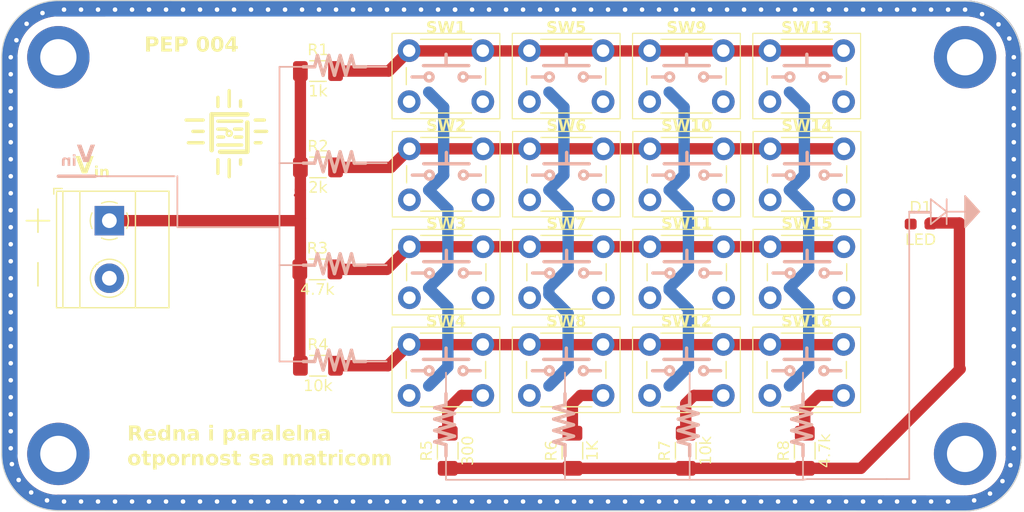
<source format=kicad_pcb>
(kicad_pcb (version 20240108) (generator "pcbnew") (generator_version "8.0")
  (layers (0 "F.Cu" signal) (31 "B.Cu" signal) (34 "B.Paste" user) (35 "F.Paste" user) (36 "B.SilkS" user "B.Silkscreen") (37 "F.SilkS" user "F.Silkscreen") (38 "B.Mask" user) (39 "F.Mask" user) (44 "Edge.Cuts" user))
  (net 0 "")
  (net 1 "0")
  (net 2 "9V")
  (footprint "PEP_library:ele_petnica_logo" (layer "F.Cu") (at 124.075 72.72)
    (property "Reference" "REF**" (hide yes))
    (property "Value" "ele_petnica_logo" (hide yes))
  )
  (footprint "PEP_library:R_silk_symbol" (layer "F.Cu") (at 128.3625 92.845 90)
    (property "Reference" "REF**" (hide yes))
    (property "Value" "R_silk_symbol")
  )
  (footprint "PEP_library:R_smd" (layer "F.Cu") (at 154.355 100.72 90)
    (property "Reference" "R6" (at 0 -1.82 90) (layer "F.SilkS"))
    (property "Value" "1K" (at 0 1.82 90) (layer "F.SilkS"))
    (pad "1" smd roundrect (at -1.55 0 90) (size 1.3 1.75) (layers "F.Cu" "F.Paste" "F.Mask") (roundrect_rratio 0.192308))
    (pad "2" smd roundrect (at 1.55 0 90) (size 1.3 1.75) (layers "F.Cu" "F.Paste" "F.Mask") (roundrect_rratio 0.192308))
  )
  (footprint "PEP_library:R_smd" (layer "F.Cu") (at 143.355 100.72 90)
    (property "Reference" "R5" (at 0 -1.82 90) (layer "F.SilkS"))
    (property "Value" "300" (at 0 1.82 90) (layer "F.SilkS"))
    (pad "1" smd roundrect (at -1.55 0 90) (size 1.3 1.75) (layers "F.Cu" "F.Paste" "F.Mask") (roundrect_rratio 0.192308))
    (pad "2" smd roundrect (at 1.55 0 90) (size 1.3 1.75) (layers "F.Cu" "F.Paste" "F.Mask") (roundrect_rratio 0.192308))
  )
  (footprint "PEP_library:R_smd" (layer "F.Cu") (at 131.905 75.72)
    (property "Reference" "R2" (at 0 -1.82 0) (layer "F.SilkS"))
    (property "Value" "2k" (at 0 1.82 0) (layer "F.SilkS"))
    (pad "1" smd roundrect (at -1.55 0) (size 1.3 1.75) (layers "F.Cu" "F.Paste" "F.Mask") (roundrect_rratio 0.192308) (net 2 "9V"))
    (pad "2" smd roundrect (at 1.55 0) (size 1.3 1.75) (layers "F.Cu" "F.Paste" "F.Mask") (roundrect_rratio 0.192308))
  )
  (footprint "PEP_library:SW_PUSH_6mm_H4.3mm" (layer "F.Cu") (at 153.83 67.76)
    (property "Reference" "SW5" (at -0.02 -4.34 0) (layer "F.SilkS") (effects (font (thickness 0.2) (bold yes))))
    (property "Value" "SW_Push")
    (pad "1" thru_hole circle (at -3.27 -2.34 90) (size 2 2) (drill 1.1) (layers "*.Cu" "*.Mask"))
    (pad "1" thru_hole circle (at 3.23 -2.34 90) (size 2 2) (drill 1.1) (layers "*.Cu" "*.Mask"))
    (pad "2" thru_hole circle (at -3.27 2.16 90) (size 2 2) (drill 1.1) (layers "*.Cu" "*.Mask"))
    (pad "2" thru_hole circle (at 3.23 2.16 90) (size 2 2) (drill 1.1) (layers "*.Cu" "*.Mask"))
  )
  (footprint "PEP_library:SW_PUSH_6mm_H4.3mm" (layer "F.Cu") (at 153.83 93.68)
    (property "Reference" "SW8" (at -0.02 -4.34 0) (layer "F.SilkS") (effects (font (thickness 0.2) (bold yes))))
    (property "Value" "SW_Push")
    (pad "1" thru_hole circle (at -3.27 -2.34 90) (size 2 2) (drill 1.1) (layers "*.Cu" "*.Mask"))
    (pad "1" thru_hole circle (at 3.23 -2.34 90) (size 2 2) (drill 1.1) (layers "*.Cu" "*.Mask"))
    (pad "2" thru_hole circle (at -3.27 2.16 90) (size 2 2) (drill 1.1) (layers "*.Cu" "*.Mask"))
    (pad "2" thru_hole circle (at 3.23 2.16 90) (size 2 2) (drill 1.1) (layers "*.Cu" "*.Mask"))
  )
  (footprint "PEP_library:R_smd" (layer "F.Cu") (at 131.905 93.22)
    (property "Reference" "R4" (at 0 -1.82 0) (layer "F.SilkS"))
    (property "Value" "10k" (at 0 1.82 0) (layer "F.SilkS"))
    (pad "1" smd roundrect (at -1.55 0) (size 1.3 1.75) (layers "F.Cu" "F.Paste" "F.Mask") (roundrect_rratio 0.192308) (net 2 "9V"))
    (pad "2" smd roundrect (at 1.55 0) (size 1.3 1.75) (layers "F.Cu" "F.Paste" "F.Mask") (roundrect_rratio 0.192308))
  )
  (footprint "PEP_library:SW_PUSH_6mm_H4.3mm" (layer "F.Cu") (at 175.075 76.42)
    (property "Reference" "SW14" (at -0.02 -4.34 0) (layer "F.SilkS") (effects (font (thickness 0.2) (bold yes))))
    (property "Value" "SW_Push")
    (pad "1" thru_hole circle (at -3.27 -2.34 90) (size 2 2) (drill 1.1) (layers "*.Cu" "*.Mask"))
    (pad "1" thru_hole circle (at 3.23 -2.34 90) (size 2 2) (drill 1.1) (layers "*.Cu" "*.Mask"))
    (pad "2" thru_hole circle (at -3.27 2.16 90) (size 2 2) (drill 1.1) (layers "*.Cu" "*.Mask"))
    (pad "2" thru_hole circle (at 3.23 2.16 90) (size 2 2) (drill 1.1) (layers "*.Cu" "*.Mask"))
  )
  (footprint "PEP_library:R_smd" (layer "F.Cu") (at 131.855 84.72)
    (property "Reference" "R3" (at 0 -1.82 0) (layer "F.SilkS"))
    (property "Value" "4.7k" (at 0 1.82 0) (layer "F.SilkS"))
    (pad "1" smd roundrect (at -1.55 0) (size 1.3 1.75) (layers "F.Cu" "F.Paste" "F.Mask") (roundrect_rratio 0.192308) (net 2 "9V"))
    (pad "2" smd roundrect (at 1.55 0) (size 1.3 1.75) (layers "F.Cu" "F.Paste" "F.Mask") (roundrect_rratio 0.192308))
  )
  (footprint "PEP_library:SW_PUSH_6mm_H4.3mm" (layer "F.Cu") (at 164.44 67.76)
    (property "Reference" "SW9" (at -0.02 -4.34 0) (layer "F.SilkS") (effects (font (thickness 0.2) (bold yes))))
    (property "Value" "SW_Push")
    (pad "1" thru_hole circle (at -3.27 -2.34 90) (size 2 2) (drill 1.1) (layers "*.Cu" "*.Mask"))
    (pad "1" thru_hole circle (at 3.23 -2.34 90) (size 2 2) (drill 1.1) (layers "*.Cu" "*.Mask"))
    (pad "2" thru_hole circle (at -3.27 2.16 90) (size 2 2) (drill 1.1) (layers "*.Cu" "*.Mask"))
    (pad "2" thru_hole circle (at 3.23 2.16 90) (size 2 2) (drill 1.1) (layers "*.Cu" "*.Mask"))
  )
  (footprint "PEP_library:R_silk_symbol" (layer "F.Cu") (at 164.7 103.4325 180)
    (property "Reference" "REF**" (hide yes))
    (property "Value" "R_silk_symbol")
  )
  (footprint "PEP_library:R_silk_symbol" (layer "F.Cu") (at 128.3625 75.345 90)
    (property "Reference" "REF**" (hide yes))
    (property "Value" "R_silk_symbol")
  )
  (footprint "PEP_library:SW_PUSH_6mm_H4.3mm" (layer "F.Cu") (at 153.855 85.06)
    (property "Reference" "SW7" (at -0.02 -4.34 0) (layer "F.SilkS") (effects (font (thickness 0.2) (bold yes))))
    (property "Value" "SW_Push")
    (pad "1" thru_hole circle (at -3.27 -2.34 90) (size 2 2) (drill 1.1) (layers "*.Cu" "*.Mask"))
    (pad "1" thru_hole circle (at 3.23 -2.34 90) (size 2 2) (drill 1.1) (layers "*.Cu" "*.Mask"))
    (pad "2" thru_hole circle (at -3.27 2.16 90) (size 2 2) (drill 1.1) (layers "*.Cu" "*.Mask"))
    (pad "2" thru_hole circle (at 3.23 2.16 90) (size 2 2) (drill 1.1) (layers "*.Cu" "*.Mask"))
  )
  (footprint "PEP_library:SW_PUSH_6mm_H4.3mm" (layer "F.Cu") (at 143.245 85.06)
    (property "Reference" "SW3" (at -0.02 -4.34 0) (layer "F.SilkS") (effects (font (thickness 0.2) (bold yes))))
    (property "Value" "SW_Push")
    (pad "1" thru_hole circle (at -3.27 -2.34 90) (size 2 2) (drill 1.1) (layers "*.Cu" "*.Mask"))
    (pad "1" thru_hole circle (at 3.23 -2.34 90) (size 2 2) (drill 1.1) (layers "*.Cu" "*.Mask"))
    (pad "2" thru_hole circle (at -3.27 2.16 90) (size 2 2) (drill 1.1) (layers "*.Cu" "*.Mask"))
    (pad "2" thru_hole circle (at 3.23 2.16 90) (size 2 2) (drill 1.1) (layers "*.Cu" "*.Mask"))
  )
  (footprint "PEP_library:R_silk_symbol" (layer "F.Cu") (at 153.7 103.4325 180)
    (property "Reference" "REF**" (hide yes))
    (property "Value" "R_silk_symbol")
  )
  (footprint "PEP_library:R_silk_symbol" (layer "F.Cu") (at 128.3625 66.845 90)
    (property "Reference" "REF**" (hide yes))
    (property "Value" "R_silk_symbol")
  )
  (footprint "PEP_library:R_smd" (layer "F.Cu") (at 164.355 100.72 90)
    (property "Reference" "R7" (at 0 -1.82 90) (layer "F.SilkS"))
    (property "Value" "10k" (at 0 1.82 90) (layer "F.SilkS"))
    (pad "1" smd roundrect (at -1.55 0 90) (size 1.3 1.75) (layers "F.Cu" "F.Paste" "F.Mask") (roundrect_rratio 0.192308))
    (pad "2" smd roundrect (at 1.55 0 90) (size 1.3 1.75) (layers "F.Cu" "F.Paste" "F.Mask") (roundrect_rratio 0.192308))
  )
  (footprint "PEP_library:R_silk_symbol" (layer "F.Cu") (at 143.2 103.4325 180)
    (property "Reference" "REF**" (hide yes))
    (property "Value" "R_silk_symbol")
  )
  (footprint "PEP_library:SW_PUSH_6mm_H4.3mm" (layer "F.Cu") (at 164.44 93.68)
    (property "Reference" "SW12" (at -0.02 -4.34 0) (layer "F.SilkS") (effects (font (thickness 0.2) (bold yes))))
    (property "Value" "SW_Push")
    (pad "1" thru_hole circle (at -3.27 -2.34 90) (size 2 2) (drill 1.1) (layers "*.Cu" "*.Mask"))
    (pad "1" thru_hole circle (at 3.23 -2.34 90) (size 2 2) (drill 1.1) (layers "*.Cu" "*.Mask"))
    (pad "2" thru_hole circle (at -3.27 2.16 90) (size 2 2) (drill 1.1) (layers "*.Cu" "*.Mask"))
    (pad "2" thru_hole circle (at 3.23 2.16 90) (size 2 2) (drill 1.1) (layers "*.Cu" "*.Mask"))
  )
  (footprint "LED_SMD:LED_0603_1608Metric_Pad1.05x0.95mm_HandSolder" (layer "F.Cu") (at 185.075 80.72)
    (property "Reference" "D1" (at 0 -1.43 0) (layer "F.SilkS"))
    (property "Value" "LED" (at 0 1.43 0) (layer "F.SilkS"))
    (pad "1" smd roundrect (at -0.875 0) (size 1.05 0.95) (layers "F.Cu" "F.Paste" "F.Mask") (net 1 "0"))
    (pad "2" smd roundrect (at 0.875 0) (size 1.05 0.95) (layers "F.Cu" "F.Paste" "F.Mask"))
  )
  (footprint "PEP_library:SW_PUSH_6mm_H4.3mm" (layer "F.Cu") (at 143.22 93.68)
    (property "Reference" "SW4" (at -0.02 -4.34 0) (layer "F.SilkS") (effects (font (thickness 0.2) (bold yes))))
    (property "Value" "SW_Push")
    (pad "1" thru_hole circle (at -3.27 -2.34 90) (size 2 2) (drill 1.1) (layers "*.Cu" "*.Mask"))
    (pad "1" thru_hole circle (at 3.23 -2.34 90) (size 2 2) (drill 1.1) (layers "*.Cu" "*.Mask"))
    (pad "2" thru_hole circle (at -3.27 2.16 90) (size 2 2) (drill 1.1) (layers "*.Cu" "*.Mask"))
    (pad "2" thru_hole circle (at 3.23 2.16 90) (size 2 2) (drill 1.1) (layers "*.Cu" "*.Mask"))
  )
  (footprint "PEP_library:R_smd" (layer "F.Cu") (at 174.855 100.72 90)
    (property "Reference" "R8" (at 0 -1.82 90) (layer "F.SilkS"))
    (property "Value" "4.7k" (at 0 1.82 90) (layer "F.SilkS"))
    (pad "1" smd roundrect (at -1.55 0 90) (size 1.3 1.75) (layers "F.Cu" "F.Paste" "F.Mask") (roundrect_rratio 0.192308))
    (pad "2" smd roundrect (at 1.55 0 90) (size 1.3 1.75) (layers "F.Cu" "F.Paste" "F.Mask") (roundrect_rratio 0.192308))
  )
  (footprint "PEP_library:R_silk_symbol" (layer "F.Cu") (at 128.3625 84.345 90)
    (property "Reference" "REF**" (hide yes))
    (property "Value" "R_silk_symbol")
  )
  (footprint "MountingHole:MountingHole_3.2mm_M3_ISO14580_Pad_TopBottom" (layer "F.Cu") (at 109 66)
    (property "Reference" "H2" (hide yes))
    (property "Value" "MountingHole")
    (pad "1" thru_hole circle (at 0 0) (size 3.6 3.6) (drill 3.2) (layers "*.Cu" "*.Mask"))
    (pad "1" connect circle (at 0 0) (size 5.5 5.5) (layers "F.Cu" "F.Mask"))
    (pad "1" connect circle (at 0 0) (size 5.5 5.5) (layers "B.Cu" "B.Mask"))
  )
  (footprint "PEP_library:SW_PUSH_6mm_H4.3mm" (layer "F.Cu") (at 175.075 85.06)
    (property "Reference" "SW15" (at -0.02 -4.34 0) (layer "F.SilkS") (effects (font (thickness 0.2) (bold yes))))
    (property "Value" "SW_Push")
    (pad "1" thru_hole circle (at -3.27 -2.34 90) (size 2 2) (drill 1.1) (layers "*.Cu" "*.Mask"))
    (pad "1" thru_hole circle (at 3.23 -2.34 90) (size 2 2) (drill 1.1) (layers "*.Cu" "*.Mask"))
    (pad "2" thru_hole circle (at -3.27 2.16 90) (size 2 2) (drill 1.1) (layers "*.Cu" "*.Mask"))
    (pad "2" thru_hole circle (at 3.23 2.16 90) (size 2 2) (drill 1.1) (layers "*.Cu" "*.Mask"))
  )
  (footprint "PEP_library:SW_PUSH_6mm_H4.3mm" (layer "F.Cu") (at 143.245 76.42)
    (property "Reference" "SW2" (at -0.02 -4.34 0) (layer "F.SilkS") (effects (font (thickness 0.2) (bold yes))))
    (property "Value" "SW_Push")
    (pad "1" thru_hole circle (at -3.27 -2.34 90) (size 2 2) (drill 1.1) (layers "*.Cu" "*.Mask"))
    (pad "1" thru_hole circle (at 3.23 -2.34 90) (size 2 2) (drill 1.1) (layers "*.Cu" "*.Mask"))
    (pad "2" thru_hole circle (at -3.27 2.16 90) (size 2 2) (drill 1.1) (layers "*.Cu" "*.Mask"))
    (pad "2" thru_hole circle (at 3.23 2.16 90) (size 2 2) (drill 1.1) (layers "*.Cu" "*.Mask"))
  )
  (footprint "PEP_library:SW_PUSH_6mm_H4.3mm" (layer "F.Cu") (at 164.465 85.06)
    (property "Reference" "SW11" (at -0.02 -4.34 0) (layer "F.SilkS") (effects (font (thickness 0.2) (bold yes))))
    (property "Value" "SW_Push")
    (pad "1" thru_hole circle (at -3.27 -2.34 90) (size 2 2) (drill 1.1) (layers "*.Cu" "*.Mask"))
    (pad "1" thru_hole circle (at 3.23 -2.34 90) (size 2 2) (drill 1.1) (layers "*.Cu" "*.Mask"))
    (pad "2" thru_hole circle (at -3.27 2.16 90) (size 2 2) (drill 1.1) (layers "*.Cu" "*.Mask"))
    (pad "2" thru_hole circle (at 3.23 2.16 90) (size 2 2) (drill 1.1) (layers "*.Cu" "*.Mask"))
  )
  (footprint "PEP_library:SW_PUSH_6mm_H4.3mm" (layer "F.Cu") (at 175.05 93.68)
    (property "Reference" "SW16" (at -0.02 -4.34 0) (layer "F.SilkS") (effects (font (thickness 0.2) (bold yes))))
    (property "Value" "SW_Push")
    (pad "1" thru_hole circle (at -3.27 -2.34 90) (size 2 2) (drill 1.1) (layers "*.Cu" "*.Mask"))
    (pad "1" thru_hole circle (at 3.23 -2.34 90) (size 2 2) (drill 1.1) (layers "*.Cu" "*.Mask"))
    (pad "2" thru_hole circle (at -3.27 2.16 90) (size 2 2) (drill 1.1) (layers "*.Cu" "*.Mask"))
    (pad "2" thru_hole circle (at 3.23 2.16 90) (size 2 2) (drill 1.1) (layers "*.Cu" "*.Mask"))
  )
  (footprint "PEP_library:SW_PUSH_6mm_H4.3mm" (layer "F.Cu") (at 175.05 67.76)
    (property "Reference" "SW13" (at -0.02 -4.34 0) (layer "F.SilkS") (effects (font (thickness 0.2) (bold yes))))
    (property "Value" "SW_Push")
    (pad "1" thru_hole circle (at -3.27 -2.34 90) (size 2 2) (drill 1.1) (layers "*.Cu" "*.Mask"))
    (pad "1" thru_hole circle (at 3.23 -2.34 90) (size 2 2) (drill 1.1) (layers "*.Cu" "*.Mask"))
    (pad "2" thru_hole circle (at -3.27 2.16 90) (size 2 2) (drill 1.1) (layers "*.Cu" "*.Mask"))
    (pad "2" thru_hole circle (at 3.23 2.16 90) (size 2 2) (drill 1.1) (layers "*.Cu" "*.Mask"))
  )
  (footprint "PEP_library:TerminalBlock_Phoenix_MKDS-1,5-2-5.08_1x02_P5.08mm_Horizontal" (layer "F.Cu") (at 113.5 80.42 -90)
    (property "Reference" "J1" (hide yes))
    (property "Value" "Screw_Terminal_01x02" (hide yes))
    (pad "1" thru_hole rect (at 0 0 270) (size 2.6 2.6) (drill 1.3) (layers "*.Cu" "*.Mask") (net 2 "9V"))
    (pad "2" thru_hole circle (at 5.08 0 270) (size 2.6 2.6) (drill 1.3) (layers "*.Cu" "*.Mask") (net 1 "0"))
  )
  (footprint "PEP_library:R_smd" (layer "F.Cu") (at 131.905 67.22)
    (property "Reference" "R1" (at 0 -1.82 0) (layer "F.SilkS"))
    (property "Value" "1k" (at 0 1.82 0) (layer "F.SilkS"))
    (pad "1" smd roundrect (at -1.55 0) (size 1.3 1.75) (layers "F.Cu" "F.Paste" "F.Mask") (roundrect_rratio 0.192308) (net 2 "9V"))
    (pad "2" smd roundrect (at 1.55 0) (size 1.3 1.75) (layers "F.Cu" "F.Paste" "F.Mask") (roundrect_rratio 0.192308))
  )
  (footprint "MountingHole:MountingHole_3.2mm_M3_ISO14580_Pad_TopBottom" (layer "F.Cu") (at 109 101 -90)
    (property "Reference" "H1" (hide yes))
    (property "Value" "MountingHole")
    (pad "1" thru_hole circle (at 0 0 270) (size 3.6 3.6) (drill 3.2) (layers "*.Cu" "*.Mask"))
    (pad "1" connect circle (at 0 0 270) (size 5.5 5.5) (layers "F.Cu" "F.Mask"))
    (pad "1" connect circle (at 0 0 270) (size 5.5 5.5) (layers "B.Cu" "B.Mask"))
  )
  (footprint "PEP_library:SW_PUSH_6mm_H4.3mm" (layer "F.Cu") (at 143.22 67.76)
    (property "Reference" "SW1" (at -0.02 -4.34 0) (layer "F.SilkS") (effects (font (thickness 0.2) (bold yes))))
    (property "Value" "SW_Push")
    (pad "1" thru_hole circle (at -3.27 -2.34 90) (size 2 2) (drill 1.1) (layers "*.Cu" "*.Mask"))
    (pad "1" thru_hole circle (at 3.23 -2.34 90) (size 2 2) (drill 1.1) (layers "*.Cu" "*.Mask"))
    (pad "2" thru_hole circle (at -3.27 2.16 90) (size 2 2) (drill 1.1) (layers "*.Cu" "*.Mask"))
    (pad "2" thru_hole circle (at 3.23 2.16 90) (size 2 2) (drill 1.1) (layers "*.Cu" "*.Mask"))
  )
  (footprint "MountingHole:MountingHole_3.2mm_M3_ISO14580_Pad_TopBottom" (layer "F.Cu") (at 189 66)
    (property "Reference" "H3" (hide yes))
    (property "Value" "MountingHole")
    (pad "1" thru_hole circle (at 0 0) (size 3.6 3.6) (drill 3.2) (layers "*.Cu" "*.Mask"))
    (pad "1" connect circle (at 0 0) (size 5.5 5.5) (layers "F.Cu" "F.Mask"))
    (pad "1" connect circle (at 0 0) (size 5.5 5.5) (layers "B.Cu" "B.Mask"))
  )
  (footprint "PEP_library:R_silk_symbol" (layer "F.Cu") (at 174.7 103.4325 180)
    (property "Reference" "REF**" (hide yes))
    (property "Value" "R_silk_symbol")
  )
  (footprint "PEP_library:SW_PUSH_6mm_H4.3mm" (layer "F.Cu") (at 153.855 76.42)
    (property "Reference" "SW6" (at -0.02 -4.34 0) (layer "F.SilkS") (effects (font (thickness 0.2) (bold yes))))
    (property "Value" "SW_Push")
    (pad "1" thru_hole circle (at -3.27 -2.34 90) (size 2 2) (drill 1.1) (layers "*.Cu" "*.Mask"))
    (pad "1" thru_hole circle (at 3.23 -2.34 90) (size 2 2) (drill 1.1) (layers "*.Cu" "*.Mask"))
    (pad "2" thru_hole circle (at -3.27 2.16 90) (size 2 2) (drill 1.1) (layers "*.Cu" "*.Mask"))
    (pad "2" thru_hole circle (at 3.23 2.16 90) (size 2 2) (drill 1.1) (layers "*.Cu" "*.Mask"))
  )
  (footprint "PEP_library:SW_PUSH_6mm_H4.3mm" (layer "F.Cu") (at 164.465 76.42)
    (property "Reference" "SW10" (at -0.02 -4.34 0) (layer "F.SilkS") (effects (font (thickness 0.2) (bold yes))))
    (property "Value" "SW_Push")
    (pad "1" thru_hole circle (at -3.27 -2.34 90) (size 2 2) (drill 1.1) (layers "*.Cu" "*.Mask"))
    (pad "1" thru_hole circle (at 3.23 -2.34 90) (size 2 2) (drill 1.1) (layers "*.Cu" "*.Mask"))
    (pad "2" thru_hole circle (at -3.27 2.16 90) (size 2 2) (drill 1.1) (layers "*.Cu" "*.Mask"))
    (pad "2" thru_hole circle (at 3.23 2.16 90) (size 2 2) (drill 1.1) (layers "*.Cu" "*.Mask"))
  )
  (footprint "MountingHole:MountingHole_3.2mm_M3_ISO14580_Pad_TopBottom" (layer "F.Cu") (at 189 101)
    (property "Reference" "H4" (hide yes))
    (property "Value" "MountingHole")
    (pad "1" thru_hole circle (at 0 0) (size 3.6 3.6) (drill 3.2) (layers "*.Cu" "*.Mask"))
    (pad "1" connect circle (at 0 0) (size 5.5 5.5) (layers "F.Cu" "F.Mask"))
    (pad "1" connect circle (at 0 0) (size 5.5 5.5) (layers "B.Cu" "B.Mask"))
  )
  (gr_line (start 189.000046 61.694) (end 108.777716 61.708011) (stroke (width 1.4)) (layer "F.Cu") (net 1))
  (gr_arc (start 193.3 101.04959) (mid 192.036477 104.099991) (end 188.98607 105.363521) (stroke (width 1.4)) (layer "F.Cu") (net 1))
  (gr_line (start 104.7 66) (end 104.7 101) (stroke (width 1.4)) (layer "F.Cu") (net 1))
  (gr_arc (start 104.695296 65.977715) (mid 105.949583 62.949583) (end 108.977716 61.695296) (stroke (width 1.4)) (layer "F.Cu") (net 1))
  (gr_line (start 109 105.3) (end 188.98607 105.363521) (stroke (width 1.4)) (layer "F.Cu") (net 1))
  (gr_arc (start 109 105.31393) (mid 105.949588 104.05041) (end 104.68607 100.999999) (stroke (width 1.4)) (layer "F.Cu") (net 1))
  (gr_arc (start 189.000046 61.694) (mid 192.04487 62.955184) (end 193.306046 65.999999) (stroke (width 1.4)) (layer "F.Cu") (net 1))
  (gr_line (start 193.286072 101.049591) (end 193.28607 66.049591) (stroke (width 1.4)) (layer "F.Cu") (net 1))
  (gr_line (start 189.000046 61.694) (end 108.777716 61.708011) (stroke (width 1.4)) (layer "B.Cu") (net 1))
  (gr_arc (start 104.695296 65.977715) (mid 105.949583 62.949583) (end 108.977716 61.695296) (stroke (width 1.4)) (layer "B.Cu") (net 1))
  (gr_arc (start 193.3 101.04959) (mid 192.036477 104.099991) (end 188.98607 105.363521) (stroke (width 1.4)) (layer "B.Cu") (net 1))
  (gr_arc (start 189.000046 61.694) (mid 192.04487 62.955184) (end 193.306046 65.999999) (stroke (width 1.4)) (layer "B.Cu") (net 1))
  (gr_line (start 109 105.3) (end 188.98607 105.363521) (stroke (width 1.4)) (layer "B.Cu") (net 1))
  (gr_line (start 104.7 66) (end 104.7 101) (stroke (width 1.4)) (layer "B.Cu") (net 1))
  (gr_arc (start 109 105.31393) (mid 105.949588 104.05041) (end 104.68607 100.999999) (stroke (width 1.4)) (layer "B.Cu") (net 1))
  (gr_line (start 193.286072 101.049591) (end 193.28607 66.049591) (stroke (width 1.4)) (layer "B.Cu") (net 1))
  (gr_line (start 128.5125 66.845) (end 128.5125 92.845) (stroke (width 0.15)) (layer "B.SilkS"))
  (gr_line (start 182.075 103.22) (end 184.075 103.22) (stroke (width 0.15)) (layer "B.SilkS"))
  (gr_line (start 119.25 76.5) (end 113.25 76.5) (stroke (width 0.15)) (layer "B.SilkS"))
  (gr_line (start 185.998982 79.72362) (end 184.486991 79.72181) (stroke (width 0.15)) (layer "B.SilkS"))
  (gr_line (start 189 78.25) (end 190.25 79.625) (stroke (width 0.15)) (layer "B.SilkS"))
  (gr_line (start 185.975 80.72862) (end 187.375 79.62862) (stroke (width 0.15)) (layer "B.SilkS"))
  (gr_line (start 175.075 103.22) (end 182.075 103.22) (stroke (width 0.15)) (layer "B.SilkS"))
  (gr_line (start 119.5 81) (end 128.5 81) (stroke (width 0.15)) (layer "B.SilkS"))
  (gr_line (start 185.975 79.62862) (end 184.463009 79.62681) (stroke (width 0.15)) (layer "B.SilkS"))
  (gr_line (start 187.375 78.52862) (end 187.375 80.72862) (stroke (width 0.15)) (layer "B.SilkS"))
  (gr_line (start 185.975 78.52862) (end 185.975 80.72862) (stroke (width 0.15)) (layer "B.SilkS"))
  (gr_line (start 187.375 79.62862) (end 185.975 78.52862) (stroke (width 0.15)) (layer "B.SilkS"))
  (gr_line (start 184.486991 79.72181) (end 184.486991 79.72181) (stroke (width 0.15)) (layer "B.SilkS"))
  (gr_line (start 143.2 103.2825) (end 174.7 103.2825) (stroke (width 0.15)) (layer "B.SilkS"))
  (gr_line (start 109.75 76.5) (end 119.25 76.5) (stroke (width 0.15)) (layer "B.SilkS"))
  (gr_line (start 112.25 76.5) (end 109 76.5) (stroke (width 0.3)) (layer "B.SilkS"))
  (gr_poly (pts (xy 189 81) (xy 189 78.25) (xy 190.25 79.625)) (stroke (width 0.15)) (fill solid) (layer "B.SilkS"))
  (gr_line (start 184.075 103.22) (end 184.075 79.72) (stroke (width 0.15)) (layer "B.SilkS"))
  (gr_line (start 174.7 103.2825) (end 175.075 103.22) (stroke (width 0.15)) (layer "B.SilkS"))
  (gr_line (start 187.375 79.62862) (end 189.551018 79.625) (stroke (width 0.15)) (layer "B.SilkS"))
  (gr_line (start 119.5 76.5) (end 119.5 81) (stroke (width 0.15)) (layer "B.SilkS"))
  (gr_line (start 184.463009 79.62681) (end 184.463009 79.62681) (stroke (width 0.15)) (layer "B.SilkS"))
  (gr_line (start 184.075 79.72) (end 184.575 79.72) (stroke (width 0.15)) (layer "B.SilkS"))
  (gr_line (start 184.051018 79.625) (end 184.551018 79.625) (stroke (width 0.15)) (layer "B.SilkS"))
  (gr_line (start 193.964466 101.035534) (end 193.964464 66.035534) (stroke (width 0.1)) (layer "Edge.Cuts"))
  (gr_arc (start 104 66) (mid 105.464467 62.464467) (end 109 61) (stroke (width 0.1)) (layer "Edge.Cuts"))
  (gr_arc (start 188.964466 61.035534) (mid 192.5 62.5) (end 193.964464 66.035534) (stroke (width 0.1)) (layer "Edge.Cuts"))
  (gr_line (start 104 66) (end 104 101) (stroke (width 0.1)) (layer "Edge.Cuts"))
  (gr_arc (start 193.964466 101.035534) (mid 192.5 104.571068) (end 188.964466 106.035534) (stroke (width 0.1)) (layer "Edge.Cuts"))
  (gr_line (start 109 106) (end 188.964466 106.035534) (stroke (width 0.1)) (layer "Edge.Cuts"))
  (gr_arc (start 109 106) (mid 105.464467 104.535533) (end 104 101) (stroke (width 0.1)) (layer "Edge.Cuts"))
  (gr_line (start 188.964466 61.035534) (end 109 61) (stroke (width 0.1)) (layer "Edge.Cuts"))
  (gr_text "V_{in}\n" (at 112.25 75.5 0) (layer "B.SilkS") (effects (font (size 1.5 1.5) (thickness 0.3) (bold yes)) (justify left bottom mirror)))
  (gr_text "PEP 004" (at 116.575 65.72 0) (layer "F.SilkS") (effects (font (size 1.3 1.3) (thickness 0.3) (bold yes)) (justify left bottom)))
  (gr_text "V_{in} \n" (at 110.5 76.5 0) (layer "F.SilkS") (effects (font (size 1.5 1.5) (thickness 0.3) (bold yes)) (justify left bottom)))
  (gr_text "Redna i paralelna\notpornost sa matricom" (at 115.075 102.22 0) (layer "F.SilkS") (effects (font (size 1.3 1.3) (thickness 0.3) (bold yes)) (justify left bottom)))
  (segment (start 176.075 95.84) (end 174.855 97.06) (width 1) (layer "F.Cu") (net 0))
  (segment (start 155.075 95.84) (end 154.355 96.56) (width 1) (layer "F.Cu") (net 0))
  (segment (start 154.355 96.56) (end 154.355 99.17) (width 1) (layer "F.Cu") (net 0))
  (segment (start 188.5 93.3775) (end 188.5 80.6225) (width 1) (layer "F.Cu") (net 0))
  (segment (start 133.455 93.22) (end 138.07 93.22) (width 1) (layer "F.Cu") (net 0))
  (segment (start 138.335 75.72) (end 139.975 74.08) (width 1) (layer "F.Cu") (net 0))
  (segment (start 179.805 102.27) (end 188.575 93.5) (width 1) (layer "F.Cu") (net 0))
  (segment (start 157.06 95.84) (end 155.075 95.84) (width 1) (layer "F.Cu") (net 0))
  (segment (start 138.15 67.22) (end 139.95 65.42) (width 1) (layer "F.Cu") (net 0))
  (segment (start 139.975 74.08) (end 146.475 74.08) (width 1) (layer "F.Cu") (net 0))
  (segment (start 133.455 67.22) (end 138.15 67.22) (width 1) (layer "F.Cu") (net 0))
  (segment (start 133.405 84.72) (end 137.975 84.72) (width 1) (layer "F.Cu") (net 0))
  (segment (start 133.455 75.72) (end 138.335 75.72) (width 1) (layer "F.Cu") (net 0))
  (segment (start 139.975 82.72) (end 178.305 82.72) (width 1) (layer "F.Cu") (net 0))
  (segment (start 137.975 84.72) (end 139.975 82.72) (width 1) (layer "F.Cu") (net 0))
  (segment (start 178.28 95.84) (end 176.075 95.84) (width 1) (layer "F.Cu") (net 0))
  (segment (start 167.67 95.84) (end 165.075 95.84) (width 1) (layer "F.Cu") (net 0))
  (segment (start 138.07 93.22) (end 139.95 91.34) (width 1) (layer "F.Cu") (net 0))
  (segment (start 174.855 102.27) (end 179.805 102.27) (width 1) (layer "F.Cu") (net 0))
  (segment (start 139.975 91.36) (end 178.305 91.36) (width 1) (layer "F.Cu") (net 0))
  (segment (start 143.355 97.06) (end 143.355 99.17) (width 1) (layer "F.Cu") (net 0))
  (segment (start 188.5 80.6225) (end 185.9 80.6225) (width 1) (layer "F.Cu") (net 0))
  (segment (start 174.855 97.06) (end 174.855 99.17) (width 1) (layer "F.Cu") (net 0))
  (segment (start 165.075 95.84) (end 164.355 96.56) (width 1) (layer "F.Cu") (net 0))
  (segment (start 164.355 96.56) (end 164.355 99.17) (width 1) (layer "F.Cu") (net 0))
  (segment (start 146.475 74.08) (end 178.305 74.08) (width 1) (layer "F.Cu") (net 0))
  (segment (start 139.975 65.44) (end 178.305 65.44) (width 1) (layer "F.Cu") (net 0))
  (segment (start 146.45 95.84) (end 144.575 95.84) (width 1) (layer "F.Cu") (net 0))
  (segment (start 143.355 102.27) (end 174.855 102.27) (width 1) (layer "F.Cu") (net 0))
  (segment (start 144.575 95.84) (end 143.355 97.06) (width 1) (layer "F.Cu") (net 0))
  (segment (start 152.28 69.08) (end 153.605 70.405) (width 1) (layer "B.Cu") (net 0))
  (segment (start 164.215 70.405) (end 164.215 76.395) (width 1) (layer "B.Cu") (net 0))
  (segment (start 173.5 69.08) (end 174.825 70.405) (width 1) (layer "B.Cu") (net 0))
  (segment (start 174.825 70.405) (end 174.825 76.395) (width 1) (layer "B.Cu") (net 0))
  (segment (start 164.59 79.42) (end 164.59 84.66) (width 1) (layer "B.Cu") (net 0))
  (segment (start 175.2 79.42) (end 175.2 84.66) (width 1) (layer "B.Cu") (net 0))
  (segment (start 143.37 93.3) (end 141.67 95) (width 1) (layer "B.Cu") (net 0))
  (segment (start 173.5 86.36) (end 175.2 88.06) (width 1) (layer "B.Cu") (net 0))
  (segment (start 162.89 86.535) (end 164.59 88.235) (width 1) (layer "B.Cu") (net 0))
  (segment (start 152.28 86.36) (end 152.28 86.925) (width 1) (layer "B.Cu") (net 0))
  (segment (start 141.67 86.36) (end 143.37 88.06) (width 1) (layer "B.Cu") (net 0))
  (segment (start 164.59 84.66) (end 162.89 86.36) (width 1) (layer "B.Cu") (net 0))
  (segment (start 153.98 79.42) (end 153.98 84.66) (width 1) (layer "B.Cu") (net 0))
  (segment (start 162.89 86.36) (end 162.89 86.535) (width 1) (layer "B.Cu") (net 0))
  (segment (start 153.98 93.3) (end 152.28 95) (width 1) (layer "B.Cu") (net 0))
  (segment (start 142.995 76.395) (end 141.67 77.72) (width 1) (layer "B.Cu") (net 0))
  (segment (start 143.37 88.06) (end 143.37 93.3) (width 1) (layer "B.Cu") (net 0))
  (segment (start 162.89 69.08) (end 164.215 70.405) (width 1) (layer "B.Cu") (net 0))
  (segment (start 143.37 79.42) (end 143.37 84.66) (width 1) (layer "B.Cu") (net 0))
  (segment (start 153.605 70.405) (end 153.605 76.395) (width 1) (layer "B.Cu") (net 0))
  (segment (start 175.2 88.06) (end 175.2 93.3) (width 1) (layer "B.Cu") (net 0))
  (segment (start 164.59 93.3) (end 162.89 95) (width 1) (layer "B.Cu") (net 0))
  (segment (start 153.98 84.66) (end 152.28 86.36) (width 1) (layer "B.Cu") (net 0))
  (segment (start 152.28 86.925) (end 153.98 88.625) (width 1) (layer "B.Cu") (net 0))
  (segment (start 175.2 93.3) (end 173.5 95) (width 1) (layer "B.Cu") (net 0))
  (segment (start 142.995 70.405) (end 142.995 76.395) (width 1) (layer "B.Cu") (net 0))
  (segment (start 141.67 69.08) (end 142.995 70.405) (width 1) (layer "B.Cu") (net 0))
  (segment (start 143.37 84.66) (end 141.67 86.36) (width 1) (layer "B.Cu") (net 0))
  (segment (start 164.59 88.235) (end 164.59 93.3) (width 1) (layer "B.Cu") (net 0))
  (segment (start 174.825 76.395) (end 173.5 77.72) (width 1) (layer "B.Cu") (net 0))
  (segment (start 162.89 77.72) (end 164.59 79.42) (width 1) (layer "B.Cu") (net 0))
  (segment (start 152.28 77.72) (end 153.98 79.42) (width 1) (layer "B.Cu") (net 0))
  (segment (start 164.215 76.395) (end 162.89 77.72) (width 1) (layer "B.Cu") (net 0))
  (segment (start 141.67 77.72) (end 143.37 79.42) (width 1) (layer "B.Cu") (net 0))
  (segment (start 173.5 77.72) (end 175.2 79.42) (width 1) (layer "B.Cu") (net 0))
  (segment (start 153.605 76.395) (end 152.28 77.72) (width 1) (layer "B.Cu") (net 0))
  (segment (start 153.98 88.625) (end 153.98 93.3) (width 1) (layer "B.Cu") (net 0))
  (segment (start 175.2 84.66) (end 173.5 86.36) (width 1) (layer "B.Cu") (net 0))
  (via (at 159 105.2) (size 0.8) (drill 0.4) (layers "F.Cu" "B.Cu") (net 1))
  (via (at 126 105.2) (size 0.8) (drill 0.4) (layers "F.Cu" "B.Cu") (net 1))
  (via (at 168 105.2) (size 0.8) (drill 0.4) (layers "F.Cu" "B.Cu") (net 1))
  (via (at 189 61.8) (size 0.8) (drill 0.4) (layers "F.Cu" "B.Cu") (net 1))
  (via (at 148.5 61.8) (size 0.8) (drill 0.4) (layers "F.Cu" "B.Cu") (net 1))
  (via (at 162 61.8) (size 0.8) (drill 0.4) (layers "F.Cu" "B.Cu") (net 1))
  (via (at 151.5 105.2) (size 0.8) (drill 0.4) (layers "F.Cu" "B.Cu") (net 1))
  (via (at 104.8 72) (size 0.8) (drill 0.4) (layers "F.Cu" "B.Cu") (net 1))
  (via (at 104.8 76.5) (size 0.8) (drill 0.4) (layers "F.Cu" "B.Cu") (net 1))
  (via (at 104.8 96) (size 0.8) (drill 0.4) (layers "F.Cu" "B.Cu") (net 1))
  (via (at 120 61.8) (size 0.8) (drill 0.4) (layers "F.Cu" "B.Cu") (net 1))
  (via (at 127.5 61.8) (size 0.8) (drill 0.4) (layers "F.Cu" "B.Cu") (net 1))
  (via (at 104.8 84) (size 0.8) (drill 0.4) (layers "F.Cu" "B.Cu") (net 1))
  (via (at 109.5 105.2) (size 0.8) (drill 0.4) (layers "F.Cu" "B.Cu") (net 1))
  (via (at 193.3 82.5) (size 0.8) (drill 0.4) (layers "F.Cu" "B.Cu") (net 1))
  (via (at 107.6 62.1) (size 0.8) (drill 0.4) (layers "F.Cu" "B.Cu") (net 1))
  (via (at 160.5 105.2) (size 0.8) (drill 0.4) (layers "F.Cu" "B.Cu") (net 1))
  (via (at 193.3 67.5) (size 0.8) (drill 0.4) (layers "F.Cu" "B.Cu") (net 1))
  (via (at 120 105.2) (size 0.8) (drill 0.4) (layers "F.Cu" "B.Cu") (net 1))
  (via (at 104.8 97.5) (size 0.8) (drill 0.4) (layers "F.Cu" "B.Cu") (net 1))
  (via (at 153 61.8) (size 0.8) (drill 0.4) (layers "F.Cu" "B.Cu") (net 1))
  (via (at 144 61.8) (size 0.8) (drill 0.4) (layers "F.Cu" "B.Cu") (net 1))
  (via (at 180 105.2) (size 0.8) (drill 0.4) (layers "F.Cu" "B.Cu") (net 1))
  (via (at 105.5 103.3) (size 0.8) (drill 0.4) (layers "F.Cu" "B.Cu") (net 1))
  (via (at 178.5 105.2) (size 0.8) (drill 0.4) (layers "F.Cu" "B.Cu") (net 1))
  (via (at 111 61.8) (size 0.8) (drill 0.4) (layers "F.Cu" "B.Cu") (net 1))
  (via (at 162 105.2) (size 0.8) (drill 0.4) (layers "F.Cu" "B.Cu") (net 1))
  (via (at 124.5 61.8) (size 0.8) (drill 0.4) (layers "F.Cu" "B.Cu") (net 1))
  (via (at 192.9 64.35) (size 0.8) (drill 0.4) (layers "F.Cu" "B.Cu") (net 1))
  (via (at 193.3 84) (size 0.8) (drill 0.4) (layers "F.Cu" "B.Cu") (net 1))
  (via (at 115.5 61.8) (size 0.8) (drill 0.4) (layers "F.Cu" "B.Cu") (net 1))
  (via (at 193.3 91.5) (size 0.8) (drill 0.4) (layers "F.Cu" "B.Cu") (net 1))
  (via (at 109.5 61.8) (size 0.8) (drill 0.4) (layers "F.Cu" "B.Cu") (net 1))
  (via (at 129 61.8) (size 0.8) (drill 0.4) (layers "F.Cu" "B.Cu") (net 1))
  (via (at 114 105.2) (size 0.8) (drill 0.4) (layers "F.Cu" "B.Cu") (net 1))
  (via (at 163.5 105.2) (size 0.8) (drill 0.4) (layers "F.Cu" "B.Cu") (net 1))
  (via (at 112.5 61.8) (size 0.8) (drill 0.4) (layers "F.Cu" "B.Cu") (net 1))
  (via (at 159 61.8) (size 0.8) (drill 0.4) (layers "F.Cu" "B.Cu") (net 1))
  (via (at 145.5 61.8) (size 0.8) (drill 0.4) (layers "F.Cu" "B.Cu") (net 1))
  (via (at 129 105.2) (size 0.8) (drill 0.4) (layers "F.Cu" "B.Cu") (net 1))
  (via (at 169.5 105.2) (size 0.8) (drill 0.4) (layers "F.Cu" "B.Cu") (net 1))
  (via (at 151.5 61.8) (size 0.8) (drill 0.4) (layers "F.Cu" "B.Cu") (net 1))
  (via (at 165 105.2) (size 0.8) (drill 0.4) (layers "F.Cu" "B.Cu") (net 1))
  (via (at 157.5 105.2) (size 0.8) (drill 0.4) (layers "F.Cu" "B.Cu") (net 1))
  (via (at 104.8 90) (size 0.8) (drill 0.4) (layers "F.Cu" "B.Cu") (net 1))
  (via (at 191.95 63.1) (size 0.8) (drill 0.4) (layers "F.Cu" "B.Cu") (net 1))
  (via (at 141 61.8) (size 0.8) (drill 0.4) (layers "F.Cu" "B.Cu") (net 1))
  (via (at 132 61.8) (size 0.8) (drill 0.4) (layers "F.Cu" "B.Cu") (net 1))
  (via (at 106.6 104.4) (size 0.8) (drill 0.4) (layers "F.Cu" "B.Cu") (net 1))
  (via (at 186 61.8) (size 0.8) (drill 0.4) (layers "F.Cu" "B.Cu") (net 1))
  (via (at 104.8 82.5) (size 0.8) (drill 0.4) (layers "F.Cu" "B.Cu") (net 1))
  (via (at 104.8 66) (size 0.8) (drill 0.4) (layers "F.Cu" "B.Cu") (net 1))
  (via (at 157.5 61.8) (size 0.8) (drill 0.4) (layers "F.Cu" "B.Cu") (net 1))
  (via (at 118.5 105.2) (size 0.8) (drill 0.4) (layers "F.Cu" "B.Cu") (net 1))
  (via (at 104.8 75) (size 0.8) (drill 0.4) (layers "F.Cu" "B.Cu") (net 1))
  (via (at 145.5 105.2) (size 0.8) (drill 0.4) (layers "F.Cu" "B.Cu") (net 1))
  (via (at 166.5 105.2) (size 0.8) (drill 0.4) (layers "F.Cu" "B.Cu") (net 1))
  (via (at 104.8 99) (size 0.8) (drill 0.4) (layers "F.Cu" "B.Cu") (net 1))
  (via (at 165 61.8) (size 0.8) (drill 0.4) (layers "F.Cu" "B.Cu") (net 1))
  (via (at 193.3 99) (size 0.8) (drill 0.4) (layers "F.Cu" "B.Cu") (net 1))
  (via (at 150 105.2) (size 0.8) (drill 0.4) (layers "F.Cu" "B.Cu") (net 1))
  (via (at 104.8 79.5) (size 0.8) (drill 0.4) (layers "F.Cu" "B.Cu") (net 1))
  (via (at 181.5 61.8) (size 0.8) (drill 0.4) (layers "F.Cu" "B.Cu") (net 1))
  (via (at 171 105.2) (size 0.8) (drill 0.4) (layers "F.Cu" "B.Cu") (net 1))
  (via (at 148.5 105.2) (size 0.8) (drill 0.4) (layers "F.Cu" "B.Cu") (net 1))
  (via (at 172.5 105.2) (size 0.8) (drill 0.4) (layers "F.Cu" "B.Cu") (net 1))
  (via (at 130.5 61.8) (size 0.8) (drill 0.4) (layers "F.Cu" "B.Cu") (net 1))
  (via (at 193.3 70.5) (size 0.8) (drill 0.4) (layers "F.Cu" "B.Cu") (net 1))
  (via (at 141 105.2) (size 0.8) (drill 0.4) (layers "F.Cu" "B.Cu") (net 1))
  (via (at 142.5 61.8) (size 0.8) (drill 0.4) (layers "F.Cu" "B.Cu") (net 1))
  (via (at 184.5 61.8) (size 0.8) (drill 0.4) (layers "F.Cu" "B.Cu") (net 1))
  (via (at 104.8 67.5) (size 0.8) (drill 0.4) (layers "F.Cu" "B.Cu") (net 1))
  (via (at 168 61.8) (size 0.8) (drill 0.4) (layers "F.Cu" "B.Cu") (net 1))
  (via (at 193.3 93) (size 0.8) (drill 0.4) (layers "F.Cu" "B.Cu") (net 1))
  (via (at 193.3 100.5) (size 0.8) (drill 0.4) (layers "F.Cu" "B.Cu") (net 1))
  (via (at 150 61.8) (size 0.8) (drill 0.4) (layers "F.Cu" "B.Cu") (net 1))
  (via (at 174 61.8) (size 0.8) (drill 0.4) (layers "F.Cu" "B.Cu") (net 1))
  (via (at 104.8 70.5) (size 0.8) (drill 0.4) (layers "F.Cu" "B.Cu") (net 1))
  (via (at 118.5 61.8) (size 0.8) (drill 0.4) (layers "F.Cu" "B.Cu") (net 1))
  (via (at 193.3 69) (size 0.8) (drill 0.4) (layers "F.Cu" "B.Cu") (net 1))
  (via (at 144 61.8) (size 0.8) (drill 0.4) (layers "F.Cu" "B.Cu") (net 1))
  (via (at 104.8 69) (size 0.8) (drill 0.4) (layers "F.Cu" "B.Cu") (net 1))
  (via (at 169.5 61.8) (size 0.8) (drill 0.4) (layers "F.Cu" "B.Cu") (net 1))
  (via (at 187.5 61.8) (size 0.8) (drill 0.4) (layers "F.Cu" "B.Cu") (net 1))
  (via (at 175.5 105.2) (size 0.8) (drill 0.4) (layers "F.Cu" "B.Cu") (net 1))
  (via (at 183 61.8) (size 0.8) (drill 0.4) (layers "F.Cu" "B.Cu") (net 1))
  (via (at 171 61.8) (size 0.8) (drill 0.4) (layers "F.Cu" "B.Cu") (net 1))
  (via (at 193.3 73.5) (size 0.8) (drill 0.4) (layers "F.Cu" "B.Cu") (net 1))
  (via (at 187.5 105.2) (size 0.8) (drill 0.4) (layers "F.Cu" "B.Cu") (net 1))
  (via (at 106.2 63.05) (size 0.8) (drill 0.4) (layers "F.Cu" "B.Cu") (net 1))
  (via (at 191.2 104.5) (size 0.8) (drill 0.4) (layers "F.Cu" "B.Cu") (net 1))
  (via (at 121.5 105.2) (size 0.8) (drill 0.4) (layers "F.Cu" "B.Cu") (net 1))
  (via (at 154.5 61.8) (size 0.8) (drill 0.4) (layers "F.Cu" "B.Cu") (net 1))
  (via (at 121.5 61.8) (size 0.8) (drill 0.4) (layers "F.Cu" "B.Cu") (net 1))
  (via (at 104.8 81) (size 0.8) (drill 0.4) (layers "F.Cu" "B.Cu") (net 1))
  (via (at 193.3 96) (size 0.8) (drill 0.4) (layers "F.Cu" "B.Cu") (net 1))
  (via (at 177 105.2) (size 0.8) (drill 0.4) (layers "F.Cu" "B.Cu") (net 1))
  (via (at 139.5 61.8) (size 0.8) (drill 0.4) (layers "F.Cu" "B.Cu") (net 1))
  (via (at 154.5 105.2) (size 0.8) (drill 0.4) (layers "F.Cu" "B.Cu") (net 1))
  (via (at 127.5 105.2) (size 0.8) (drill 0.4) (layers "F.Cu" "B.Cu") (net 1))
  (via (at 193.3 75) (size 0.8) (drill 0.4) (layers "F.Cu" "B.Cu") (net 1))
  (via (at 133.5 105.2) (size 0.8) (drill 0.4) (layers "F.Cu" "B.Cu") (net 1))
  (via (at 124.5 105.2) (size 0.8) (drill 0.4) (layers "F.Cu" "B.Cu") (net 1))
  (via (at 193.3 81) (size 0.8) (drill 0.4) (layers "F.Cu" "B.Cu") (net 1))
  (via (at 133.5 61.8) (size 0.8) (drill 0.4) (layers "F.Cu" "B.Cu") (net 1))
  (via (at 147 105.2) (size 0.8) (drill 0.4) (layers "F.Cu" "B.Cu") (net 1))
  (via (at 160.5 61.8) (size 0.8) (drill 0.4) (layers "F.Cu" "B.Cu") (net 1))
  (via (at 172.5 61.8) (size 0.8) (drill 0.4) (layers "F.Cu" "B.Cu") (net 1))
  (via (at 193.3 79.5) (size 0.8) (drill 0.4) (layers "F.Cu" "B.Cu") (net 1))
  (via (at 166.5 61.8) (size 0.8) (drill 0.4) (layers "F.Cu" "B.Cu") (net 1))
  (via (at 147 61.8) (size 0.8) (drill 0.4) (layers "F.Cu" "B.Cu") (net 1))
  (via (at 193.3 87) (size 0.8) (drill 0.4) (layers "F.Cu" "B.Cu") (net 1))
  (via (at 193.3 94.5) (size 0.8) (drill 0.4) (layers "F.Cu" "B.Cu") (net 1))
  (via (at 104.8 85.5) (size 0.8) (drill 0.4) (layers "F.Cu" "B.Cu") (net 1))
  (via (at 192.3 103.4) (size 0.8) (drill 0.4) (layers "F.Cu" "B.Cu") (net 1))
  (via (at 193.3 66) (size 0.8) (drill 0.4) (layers "F.Cu" "B.Cu") (net 1))
  (via (at 163.5 61.8) (size 0.8) (drill 0.4) (layers "F.Cu" "B.Cu") (net 1))
  (via (at 184.5 105.2) (size 0.8) (drill 0.4) (layers "F.Cu" "B.Cu") (net 1))
  (via (at 123 61.8) (size 0.8) (drill 0.4) (layers "F.Cu" "B.Cu") (net 1))
  (via (at 156 61.8) (size 0.8) (drill 0.4) (layers "F.Cu" "B.Cu") (net 1))
  (via (at 139.5 105.2) (size 0.8) (drill 0.4) (layers "F.Cu" "B.Cu") (net 1))
  (via (at 114 61.8) (size 0.8) (drill 0.4) (layers "F.Cu" "B.Cu") (net 1))
  (via (at 115.5 105.2) (size 0.8) (drill 0.4) (layers "F.Cu" "B.Cu") (net 1))
  (via (at 138 61.8) (size 0.8) (drill 0.4) (layers "F.Cu" "B.Cu") (net 1))
  (via (at 117 61.8) (size 0.8) (drill 0.4) (layers "F.Cu" "B.Cu") (net 1))
  (via (at 193.3 72) (size 0.8) (drill 0.4) (layers "F.Cu" "B.Cu") (net 1))
  (via (at 126 61.8) (size 0.8) (drill 0.4) (layers "F.Cu" "B.Cu") (net 1))
  (via (at 123 105.2) (size 0.8) (drill 0.4) (layers "F.Cu" "B.Cu") (net 1))
  (via (at 142.5 105.2) (size 0.8) (drill 0.4) (layers "F.Cu" "B.Cu") (net 1))
  (via (at 175.5 61.8) (size 0.8) (drill 0.4) (layers "F.Cu" "B.Cu") (net 1))
  (via (at 193 102) (size 0.8) (drill 0.4) (layers "F.Cu" "B.Cu") (net 1))
  (via (at 105.3 64.5) (size 0.8) (drill 0.4) (layers "F.Cu" "B.Cu") (net 1))
  (via (at 136.5 61.8) (size 0.8) (drill 0.4) (layers "F.Cu" "B.Cu") (net 1))
  (via (at 132 105.2) (size 0.8) (drill 0.4) (layers "F.Cu" "B.Cu") (net 1))
  (via (at 135 105.2) (size 0.8) (drill 0.4) (layers "F.Cu" "B.Cu") (net 1))
  (via (at 193.3 90) (size 0.8) (drill 0.4) (layers "F.Cu" "B.Cu") (net 1))
  (via (at 174 105.2) (size 0.8) (drill 0.4) (layers "F.Cu" "B.Cu") (net 1))
  (via (at 190.5 62.2) (size 0.8) (drill 0.4) (layers "F.Cu" "B.Cu") (net 1))
  (via (at 104.8 73.5) (size 0.8) (drill 0.4) (layers "F.Cu" "B.Cu") (net 1))
  (via (at 104.8 87) (size 0.8) (drill 0.4) (layers "F.Cu" "B.Cu") (net 1))
  (via (at 193.3 85.5) (size 0.8) (drill 0.4) (layers "F.Cu" "B.Cu") (net 1))
  (via (at 104.8 78) (size 0.8) (drill 0.4) (layers "F.Cu" "B.Cu") (net 1))
  (via (at 104.9 101.9) (size 0.8) (drill 0.4) (layers "F.Cu" "B.Cu") (net 1))
  (via (at 135 61.8) (size 0.8) (drill 0.4) (layers "F.Cu" "B.Cu") (net 1))
  (via (at 104.8 100.5) (size 0.8) (drill 0.4) (layers "F.Cu" "B.Cu") (net 1))
  (via (at 136.5 105.2) (size 0.8) (drill 0.4) (layers "F.Cu" "B.Cu") (net 1))
  (via (at 138 105.2) (size 0.8) (drill 0.4) (layers "F.Cu" "B.Cu") (net 1))
  (via (at 153 105.2) (size 0.8) (drill 0.4) (layers "F.Cu" "B.Cu") (net 1))
  (via (at 193.3 88.5) (size 0.8) (drill 0.4) (layers "F.Cu" "B.Cu") (net 1))
  (via (at 104.8 88.5) (size 0.8) (drill 0.4) (layers "F.Cu" "B.Cu") (net 1))
  (via (at 193.3 97.5) (size 0.8) (drill 0.4) (layers "F.Cu" "B.Cu") (net 1))
  (via (at 193.3 76.5) (size 0.8) (drill 0.4) (layers "F.Cu" "B.Cu") (net 1))
  (via (at 144 105.2) (size 0.8) (drill 0.4) (layers "F.Cu" "B.Cu") (net 1))
  (via (at 180 61.8) (size 0.8) (drill 0.4) (layers "F.Cu" "B.Cu") (net 1))
  (via (at 177 61.8) (size 0.8) (drill 0.4) (layers "F.Cu" "B.Cu") (net 1))
  (via (at 111 105.2) (size 0.8) (drill 0.4) (layers "F.Cu" "B.Cu") (net 1))
  (via (at 130.5 105.2) (size 0.8) (drill 0.4) (layers "F.Cu" "B.Cu") (net 1))
  (via (at 193.3 78) (size 0.8) (drill 0.4) (layers "F.Cu" "B.Cu") (net 1))
  (via (at 186 105.2) (size 0.8) (drill 0.4) (layers "F.Cu" "B.Cu") (net 1))
  (via (at 104.8 91.5) (size 0.8) (drill 0.4) (layers "F.Cu" "B.Cu") (net 1))
  (via (at 104.8 93) (size 0.8) (drill 0.4) (layers "F.Cu" "B.Cu") (net 1))
  (via (at 112.5 105.2) (size 0.8) (drill 0.4) (layers "F.Cu" "B.Cu") (net 1))
  (via (at 117 105.2) (size 0.8) (drill 0.4) (layers "F.Cu" "B.Cu") (net 1))
  (via (at 108 105.1) (size 0.8) (drill 0.4) (layers "F.Cu" "B.Cu") (net 1))
  (via (at 189.8 105.1) (size 0.8) (drill 0.4) (layers "F.Cu" "B.Cu") (net 1))
  (via (at 156 105.2) (size 0.8) (drill 0.4) (layers "F.Cu" "B.Cu") (net 1))
  (via (at 183 105.2) (size 0.8) (drill 0.4) (layers "F.Cu" "B.Cu") (net 1))
  (via (at 178.5 61.8) (size 0.8) (drill 0.4) (layers "F.Cu" "B.Cu") (net 1))
  (via (at 181.5 105.2) (size 0.8) (drill 0.4) (layers "F.Cu" "B.Cu") (net 1))
  (via (at 104.8 94.5) (size 0.8) (drill 0.4) (layers "F.Cu" "B.Cu") (net 1))
  (segment (start 130.305 93.17) (end 130.355 93.22) (width 1) (layer "F.Cu") (net 2))
  (segment (start 130.305 84.72) (end 130.305 93.17) (width 1) (layer "F.Cu") (net 2))
  (segment (start 130.355 75.72) (end 130.355 77.72) (width 1) (layer "F.Cu") (net 2))
  (segment (start 130.355 77.72) (end 130.355 80.22) (width 1) (layer "F.Cu") (net 2))
  (segment (start 129.9 78.175) (end 130.355 77.72) (width 0.25) (layer "F.Cu") (net 2))
  (segment (start 130.355 80.22) (end 130.355 84.67) (width 1) (layer "F.Cu") (net 2))
  (segment (start 130.355 84.67) (end 130.305 84.72) (width 1) (layer "F.Cu") (net 2))
  (segment (start 130.275 80.14) (end 130.355 80.22) (width 0.25) (layer "F.Cu") (net 2))
  (segment (start 113.5 80.42) (end 130.2 80.42) (width 1) (layer "F.Cu") (net 2))
  (segment (start 130.355 67.22) (end 130.355 75.72) (width 1) (layer "F.Cu") (net 2))
)
</source>
